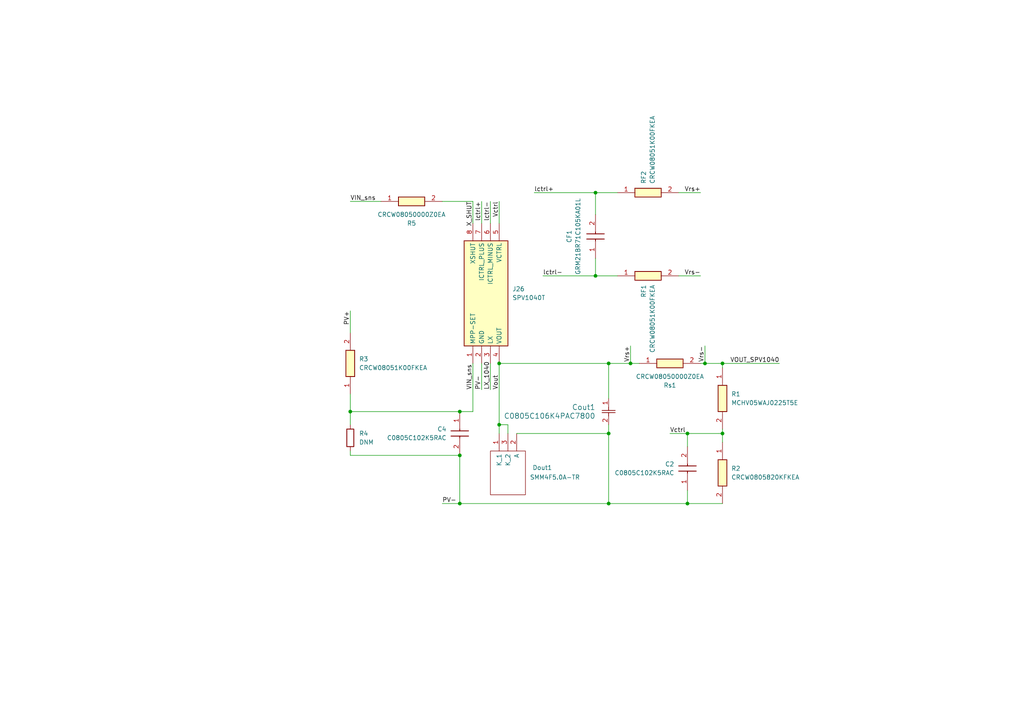
<source format=kicad_sch>
(kicad_sch (version 20231120) (generator "eeschema") (generator_version "8.0")
  (paper "A4")
  (lib_symbols
    (symbol "C2_C4_C8:C0805C102K5RAC" (pin_names hide)
      (property "Reference" "C" (at 8.89 6.35 0))
      (property "Value" "C0805C102K5RAC" (at 8.89 3.81 0))
      (symbol "C0805C102K5RAC_1_1"
        (polyline (pts (xy 5.08 0) (xy 5.588 0)) (stroke (width 0.254)))
        (polyline (pts (xy 5.588 2.54) (xy 5.588 -2.54)) (stroke (width 0.254)))
        (polyline (pts (xy 7.112 0) (xy 7.62 0)) (stroke (width 0.254)))
        (polyline (pts (xy 7.112 2.54) (xy 7.112 -2.54)) (stroke (width 0.254)))
        (pin passive line (at 0 0 0) (length 5.08) (name "1") (number "1"))
        (pin passive line (at 12.7 0 180) (length 5.08) (name "2") (number "2"))
      )
    )
    (symbol "CF1:GRM21BR71C105KA01L" (pin_names hide)
      (property "Reference" "C" (at 8.89 6.35 0))
      (property "Value" "GRM21BR71C105KA01L" (at 8.89 3.81 0))
      (symbol "GRM21BR71C105KA01L_1_1"
        (polyline (pts (xy 5.08 0) (xy 5.588 0)) (stroke (width 0.254)))
        (polyline (pts (xy 5.588 2.54) (xy 5.588 -2.54)) (stroke (width 0.254)))
        (polyline (pts (xy 7.112 0) (xy 7.62 0)) (stroke (width 0.254)))
        (polyline (pts (xy 7.112 2.54) (xy 7.112 -2.54)) (stroke (width 0.254)))
        (pin passive line (at 0 0 0) (length 5.08) (name "1") (number "1"))
        (pin passive line (at 12.7 0 180) (length 5.08) (name "2") (number "2"))
      )
    )
    (symbol "Cout1:C0805C106K4PAC7800" (pin_names (offset 0.254))
      (property "Reference" "Cout1" (at 2.5399 3.81 90))
      (property "Value" "C0805C106K4PAC7800" (at 5.0799 3.81 90))
      (symbol "C0805C106K4PAC7800_1_1"
        (polyline (pts (xy 2.54 0) (xy 3.4798 0)) (stroke (width 0.2032)))
        (polyline (pts (xy 3.4798 -1.905) (xy 3.4798 1.905)) (stroke (width 0.2032)))
        (polyline (pts (xy 4.1148 -1.905) (xy 4.1148 1.905)) (stroke (width 0.2032)))
        (polyline (pts (xy 4.1148 0) (xy 5.08 0)) (stroke (width 0.2032)))
        (pin passive line (at 0 0 0) (length 2.54) (name "") (number "1"))
        (pin passive line (at 7.62 0 180) (length 2.54) (name "") (number "2"))
      )
      (symbol "C0805C106K4PAC7800_1_2"
        (polyline (pts (xy -1.905 -4.1148) (xy 1.905 -4.1148)) (stroke (width 0.2032)))
        (polyline (pts (xy -1.905 -3.4798) (xy 1.905 -3.4798)) (stroke (width 0.2032)))
        (polyline (pts (xy 0 -4.1148) (xy 0 -5.08)) (stroke (width 0.2032)))
        (polyline (pts (xy 0 -2.54) (xy 0 -3.4798)) (stroke (width 0.2032)))
        (pin unspecified line (at 0 0 270) (length 2.54) (name "") (number "1"))
        (pin unspecified line (at 0 -7.62 90) (length 2.54) (name "") (number "2"))
      )
    )
    (symbol "Device:R" (pin_numbers hide) (pin_names (offset 0))
      (property "Reference" "R" (at 2.032 0 90))
      (property "Value" "R" (at 0 0 90))
      (symbol "R_0_1"
        (rectangle (start -1.016 -2.54) (end 1.016 2.54) (stroke (width 0.254)))
      )
      (symbol "R_1_1"
        (pin passive line (at 0 3.81 270) (length 1.27) (name "~") (number "1"))
        (pin passive line (at 0 -3.81 90) (length 1.27) (name "~") (number "2"))
      )
    )
    (symbol "R1:MCHV05WAJ0225T5E" (pin_names hide)
      (property "Reference" "R" (at 13.97 6.35 0))
      (property "Value" "MCHV05WAJ0225T5E" (at 13.97 3.81 0))
      (symbol "MCHV05WAJ0225T5E_1_1"
        (rectangle (start 5.08 1.27) (end 12.7 -1.27) (stroke (width 0.254)) (fill (type background)))
        (pin passive line (at 0 0 0) (length 5.08) (name "1") (number "1"))
        (pin passive line (at 17.78 0 180) (length 5.08) (name "2") (number "2"))
      )
    )
    (symbol "R2:CRCW0805820KFKEA" (pin_names hide)
      (property "Reference" "R" (at 13.97 6.35 0))
      (property "Value" "CRCW0805820KFKEA" (at 13.97 3.81 0))
      (symbol "CRCW0805820KFKEA_1_1"
        (rectangle (start 5.08 1.27) (end 12.7 -1.27) (stroke (width 0.254)) (fill (type background)))
        (pin passive line (at 0 0 0) (length 5.08) (name "1") (number "1"))
        (pin passive line (at 17.78 0 180) (length 5.08) (name "2") (number "2"))
      )
    )
    (symbol "R3_RF1_RF2_R6_R7_R8:CRCW08051K00FKEA" (pin_names hide)
      (property "Reference" "R" (at 13.97 6.35 0))
      (property "Value" "CRCW08051K00FKEA" (at 13.97 3.81 0))
      (symbol "CRCW08051K00FKEA_1_1"
        (rectangle (start 5.08 1.27) (end 12.7 -1.27) (stroke (width 0.254)) (fill (type background)))
        (pin passive line (at 0 0 0) (length 5.08) (name "1") (number "1"))
        (pin passive line (at 17.78 0 180) (length 5.08) (name "2") (number "2"))
      )
    )
    (symbol "R5_SW3_SW4_VRS:CRCW08050000Z0EA" (pin_names hide)
      (property "Reference" "R" (at 13.97 6.35 0))
      (property "Value" "CRCW08050000Z0EA" (at 13.97 3.81 0))
      (symbol "CRCW08050000Z0EA_1_1"
        (rectangle (start 5.08 1.27) (end 12.7 -1.27) (stroke (width 0.254)) (fill (type background)))
        (pin passive line (at 0 0 0) (length 5.08) (name "1") (number "1"))
        (pin passive line (at 17.78 0 180) (length 5.08) (name "2") (number "2"))
      )
    )
    (symbol "SMM4F5.0A-TR:SMM4F5.0A-TR" (pin_names (offset 0.762))
      (property "Reference" "Z" (at 19.05 7.62 0))
      (property "Value" "SMM4F5.0A-TR" (at 19.05 5.08 0))
      (symbol "SMM4F5.0A-TR_0_0"
        (pin passive line (at 0 -5.08 0) (length 5.08) (name "K_1") (number "1"))
        (pin passive line (at 0 0 0) (length 5.08) (name "A") (number "2"))
        (pin passive line (at 0 -2.54 0) (length 5.08) (name "K_2") (number "3"))
      )
      (symbol "SMM4F5.0A-TR_0_1"
        (polyline (pts (xy 5.08 2.54) (xy 17.78 2.54) (xy 17.78 -7.62) (xy 5.08 -7.62) (xy 5.08 2.54)) (stroke (width 0.1524)))
      )
    )
    (symbol "SPV1040T:SPV1040T"
      (property "Reference" "IC" (at 36.83 7.62 0))
      (property "Value" "SPV1040T" (at 36.83 5.08 0))
      (symbol "SPV1040T_1_1"
        (rectangle (start 5.08 2.54) (end 35.56 -10.16) (stroke (width 0.254)) (fill (type background)))
        (pin passive line (at 0 0 0) (length 5.08) (name "MPP-SET") (number "1"))
        (pin passive line (at 0 -2.54 0) (length 5.08) (name "GND") (number "2"))
        (pin passive line (at 0 -5.08 0) (length 5.08) (name "LX") (number "3"))
        (pin passive line (at 0 -7.62 0) (length 5.08) (name "VOUT") (number "4"))
        (pin passive line (at 40.64 -7.62 180) (length 5.08) (name "VCTRL") (number "5"))
        (pin passive line (at 40.64 -5.08 180) (length 5.08) (name "ICTRL_MINUS") (number "6"))
        (pin passive line (at 40.64 -2.54 180) (length 5.08) (name "ICTRL_PLUS") (number "7"))
        (pin passive line (at 40.64 0 180) (length 5.08) (name "XSHUT") (number "8"))
      )
    )
  )
  (junction (at 172.72 55.88))
  (junction (at 176.53 125.73))
  (junction (at 144.78 105.41))
  (junction (at 176.53 105.41))
  (junction (at 144.78 123.19))
  (junction (at 204.47 105.41))
  (junction (at 209.55 105.41))
  (junction (at 176.53 146.05))
  (junction (at 133.35 132.08))
  (junction (at 133.35 119.38))
  (junction (at 199.39 146.05))
  (junction (at 101.6 119.38))
  (junction (at 133.35 146.05))
  (junction (at 172.72 80.01))
  (junction (at 209.55 125.73))
  (junction (at 182.88 105.41))
  (junction (at 199.39 125.73))
  (wire (pts (xy 199.39 146.05) (xy 209.55 146.05)))
  (wire (pts (xy 101.6 132.08) (xy 133.35 132.08)))
  (wire (pts (xy 176.53 125.73) (xy 176.53 146.05)))
  (wire (pts (xy 133.35 146.05) (xy 176.53 146.05)))
  (wire (pts (xy 209.55 105.41) (xy 209.55 106.68)))
  (wire (pts (xy 101.6 58.42) (xy 110.49 58.42)))
  (wire (pts (xy 139.7 105.41) (xy 139.7 113.03)))
  (wire (pts (xy 101.6 119.38) (xy 133.35 119.38)))
  (wire (pts (xy 199.39 129.54) (xy 199.39 125.73)))
  (wire (pts (xy 209.55 105.41) (xy 226.06 105.41)))
  (wire (pts (xy 149.86 125.73) (xy 176.53 125.73)))
  (wire (pts (xy 182.88 100.33) (xy 182.88 105.41)))
  (wire (pts (xy 142.24 58.42) (xy 142.24 64.77)))
  (wire (pts (xy 144.78 105.41) (xy 176.53 105.41)))
  (wire (pts (xy 199.39 125.73) (xy 209.55 125.73)))
  (wire (pts (xy 137.16 105.41) (xy 137.16 119.38)))
  (wire (pts (xy 172.72 80.01) (xy 179.07 80.01)))
  (wire (pts (xy 194.31 125.73) (xy 199.39 125.73)))
  (wire (pts (xy 157.48 80.01) (xy 172.72 80.01)))
  (wire (pts (xy 133.35 119.38) (xy 137.16 119.38)))
  (wire (pts (xy 203.2 105.41) (xy 204.47 105.41)))
  (wire (pts (xy 196.85 80.01) (xy 203.2 80.01)))
  (wire (pts (xy 139.7 58.42) (xy 139.7 64.77)))
  (wire (pts (xy 101.6 90.17) (xy 101.6 96.52)))
  (wire (pts (xy 196.85 55.88) (xy 203.2 55.88)))
  (wire (pts (xy 199.39 142.24) (xy 199.39 146.05)))
  (wire (pts (xy 128.27 58.42) (xy 137.16 58.42)))
  (wire (pts (xy 147.32 125.73) (xy 147.32 123.19)))
  (wire (pts (xy 144.78 58.42) (xy 144.78 64.77)))
  (wire (pts (xy 133.35 146.05) (xy 133.35 132.08)))
  (wire (pts (xy 147.32 123.19) (xy 144.78 123.19)))
  (wire (pts (xy 101.6 114.3) (xy 101.6 119.38)))
  (wire (pts (xy 142.24 105.41) (xy 142.24 113.03)))
  (wire (pts (xy 209.55 124.46) (xy 209.55 125.73)))
  (wire (pts (xy 176.53 123.19) (xy 176.53 125.73)))
  (wire (pts (xy 176.53 105.41) (xy 182.88 105.41)))
  (wire (pts (xy 172.72 62.23) (xy 172.72 55.88)))
  (wire (pts (xy 204.47 100.33) (xy 204.47 105.41)))
  (wire (pts (xy 172.72 80.01) (xy 172.72 74.93)))
  (wire (pts (xy 182.88 105.41) (xy 185.42 105.41)))
  (wire (pts (xy 101.6 132.08) (xy 101.6 130.81)))
  (wire (pts (xy 144.78 105.41) (xy 144.78 123.19)))
  (wire (pts (xy 209.55 125.73) (xy 209.55 128.27)))
  (wire (pts (xy 204.47 105.41) (xy 209.55 105.41)))
  (wire (pts (xy 179.07 55.88) (xy 172.72 55.88)))
  (wire (pts (xy 144.78 123.19) (xy 144.78 125.73)))
  (wire (pts (xy 101.6 119.38) (xy 101.6 123.19)))
  (wire (pts (xy 176.53 146.05) (xy 199.39 146.05)))
  (wire (pts (xy 172.72 55.88) (xy 154.94 55.88)))
  (wire (pts (xy 128.27 146.05) (xy 133.35 146.05)))
  (wire (pts (xy 137.16 58.42) (xy 137.16 64.77)))
  (wire (pts (xy 176.53 115.57) (xy 176.53 105.41)))
  (label "Vctrl" (at 194.31 125.73 0))
  (label "Vrs-" (at 203.2 80.01 180))
  (label "PV+" (at 101.6 90.17 270))
  (label "PV-" (at 128.27 146.05 0))
  (label "Vrs-" (at 204.47 100.33 270))
  (label "Vrs+" (at 182.88 100.33 270))
  (label "VIN_sns" (at 137.16 113.03 90))
  (label "lctrl-" (at 142.24 58.42 270))
  (label "Vrs+" (at 203.2 55.88 180))
  (label "LX_1040" (at 142.24 113.03 90))
  (label "Vctrl" (at 144.78 58.42 270))
  (label "X_SHUT" (at 137.16 58.42 270))
  (label "lctrl+" (at 139.7 58.42 270))
  (label "lctrl-" (at 157.48 80.01 0))
  (label "PV-" (at 139.7 113.03 90))
  (label "VOUT_SPV1040" (at 226.06 105.41 180))
  (label "lctrl+" (at 154.94 55.88 0))
  (label "Vout" (at 144.78 113.03 90))
  (label "VIN_sns" (at 101.6 58.42 0))
  (symbol (lib_id "C2_C4_C8:C0805C102K5RAC") (at 133.35 119.38 90) (mirror x) (unit 1)
    (property "Reference" "C4" (at 129.54 124.4599 90) (effects (justify left)))
    (property "Value" "C0805C102K5RAC" (at 129.54 126.9999 90) (effects (justify left)))
    (property "Footprint" "C2_C4_C8:CAPC2012X88N" (effects (hide yes)))
    (property "Datasheet" "https://componentsearchengine.com/Datasheets/1/C0805C102K5RAC.pdf" (effects (hide yes)))
    (property "Description" "Multilayer Ceramic Capacitors MLCC - SMD/SMT 50V 1000pF X7R 0805 10%" (effects (hide yes)))
    (property "Height" "0.88" (effects (hide yes)))
    (property "Mouser Part Number" "80-C0805C102K5RAC" (effects (hide yes)))
    (property "Mouser Price/Stock" "https://www.mouser.co.uk/ProductDetail/KEMET/C0805C102K5RAC?qs=ycq5i98tC2kYQr%252B2L41ubQ%3D%3D" (effects (hide yes)))
    (property "Manufacturer_Name" "KEMET" (effects (hide yes)))
    (property "Manufacturer_Part_Number" "C0805C102K5RAC" (effects (hide yes)))
  )
  (symbol (lib_id "R3_RF1_RF2_R6_R7_R8:CRCW08051K00FKEA") (at 179.07 55.88 0) (unit 1)
    (property "Reference" "RF2" (at 186.6899 53.34 90) (effects (justify left)))
    (property "Value" "CRCW08051K00FKEA" (at 189.2299 53.34 90) (effects (justify left)))
    (property "Footprint" "R3_RF1_RF2_R6_R7_R8:RESC2012X50N" (effects (hide yes)))
    (property "Datasheet" "http://www.vishay.com/docs/20035/dcrcwe3.pdf" (effects (hide yes)))
    (property "Description" "Vishay CRCW Series Thick Film Surface Mount Resistor 0805 Case 1k +/-1% 0.125W +/-100ppm/C" (effects (hide yes)))
    (property "Height" "0.5" (effects (hide yes)))
    (property "Mouser Part Number" "71-CRCW0805-1.0K-E3" (effects (hide yes)))
    (property "Mouser Price/Stock" "https://www.mouser.co.uk/ProductDetail/Vishay-Dale/CRCW08051K00FKEA?qs=DZvKvnD5UYU3bClwFPa9DQ%3D%3D" (effects (hide yes)))
    (property "Manufacturer_Name" "Vishay" (effects (hide yes)))
    (property "Manufacturer_Part_Number" "CRCW08051K00FKEA" (effects (hide yes)))
  )
  (symbol (lib_id "R1:MCHV05WAJ0225T5E") (at 209.55 106.68 270) (unit 1)
    (property "Reference" "R1" (at 212.09 114.2999 90) (effects (justify left)))
    (property "Value" "MCHV05WAJ0225T5E" (at 212.09 116.8399 90) (effects (justify left)))
    (property "Footprint" "R1:RESC2013X65N" (effects (hide yes)))
    (property "Description" "SMD Chip Resistor, 2.2 Mohm, +/- 5%, 100 mW, 0805 [2012 Metric], Thick Film, High Voltage" (effects (hide yes)))
    (property "Height" "0.65" (effects (hide yes)))
    (property "Manufacturer_Name" "Multicomp Pro" (effects (hide yes)))
    (property "Manufacturer_Part_Number" "MCHV05WAJ0225T5E" (effects (hide yes)))
  )
  (symbol (lib_id "R5_SW3_SW4_VRS:CRCW08050000Z0EA") (at 110.49 58.42 0) (mirror x) (unit 1)
    (property "Reference" "R5" (at 119.38 64.77 0))
    (property "Value" "CRCW08050000Z0EA" (at 119.38 62.23 0))
    (property "Footprint" "R5_SW3_SW4_VRS:RESC2012X50N" (effects (hide yes)))
    (property "Datasheet" "http://www.vishay.com/docs/20035/dcrcwe3.pdf" (effects (hide yes)))
    (property "Description" "CRCW0805 Surface Mount Resistor, 0R0 Vishay CRCW Series Thick Film Surface Mount Resistor 0805 Case 0 1% 0.1W" (effects (hide yes)))
    (property "Height" "0.5" (effects (hide yes)))
    (property "Mouser Part Number" "71-CRCW0805-0-E3" (effects (hide yes)))
    (property "Mouser Price/Stock" "https://www.mouser.co.uk/ProductDetail/Vishay-Dale/CRCW08050000Z0EA?qs=waxnFHLl2hB4NcTp6tAQPA%3D%3D" (effects (hide yes)))
    (property "Manufacturer_Name" "Vishay" (effects (hide yes)))
    (property "Manufacturer_Part_Number" "CRCW08050000Z0EA" (effects (hide yes)))
  )
  (symbol (lib_id "R2:CRCW0805820KFKEA") (at 209.55 128.27 270) (unit 1)
    (property "Reference" "R2" (at 212.09 135.8899 90) (effects (justify left)))
    (property "Value" "CRCW0805820KFKEA" (at 212.09 138.4299 90) (effects (justify left)))
    (property "Footprint" "R2:RESC2012X50N" (effects (hide yes)))
    (property "Datasheet" "https://componentsearchengine.com/Datasheets/1/CRCW0805820KFKEA.pdf" (effects (hide yes)))
    (property "Description" "Vishay CRCW Series Thick Film Surface Mount Resistor 805 Case 820k +/-1% 0.125W +/-100ppm/C" (effects (hide yes)))
    (property "Height" "0.5" (effects (hide yes)))
    (property "Mouser Part Number" "71-CRCW0805820KFKEA" (effects (hide yes)))
    (property "Mouser Price/Stock" "https://www.mouser.com/Search/Refine.aspx?Keyword=71-CRCW0805820KFKEA" (effects (hide yes)))
    (property "Manufacturer_Name" "Vishay" (effects (hide yes)))
    (property "Manufacturer_Part_Number" "CRCW0805820KFKEA" (effects (hide yes)))
  )
  (symbol (lib_id "SPV1040T:SPV1040T") (at 137.16 105.41 90) (unit 1)
    (property "Reference" "J26" (at 148.59 83.8199 90) (effects (justify right)))
    (property "Value" "SPV1040T" (at 148.59 86.3599 90) (effects (justify right)))
    (property "Footprint" "SPV1040:SOP65P640X120-8N" (effects (hide yes)))
    (property "Datasheet" "http://www.mouser.com/ds/2/389/spv1040-974182.pdf" (effects (hide yes)))
    (property "Description" "Voltage Regulators - Switching Regulators Hi efficiency solar battery charger" (effects (hide yes)))
    (property "Height" "1.2" (effects (hide yes)))
    (property "Manufacturer_Name" "STMicroelectronics" (effects (hide yes)))
    (property "Manufacturer_Part_Number" "SPV1040T" (effects (hide yes)))
    (property "Mouser Part Number" "511-SPV1040T" (effects (hide yes)))
    (property "Mouser Price/Stock" "https://www.mouser.co.uk/ProductDetail/STMicroelectronics/SPV1040T?qs=7qOP6AeGKU1lga8RjcaFUQ%3D%3D" (effects (hide yes)))
    (property "Arrow Part Number" "SPV1040T" (effects (hide yes)))
    (property "Arrow Price/Stock" "https://www.arrow.com/en/products/spv1040t/stmicroelectronics?region=europe" (effects (hide yes)))
  )
  (symbol (lib_id "SMM4F5.0A-TR:SMM4F5.0A-TR") (at 149.86 125.73 270) (unit 1)
    (property "Reference" "Dout1" (at 154.432 135.636 90) (effects (justify left)))
    (property "Value" "SMM4F5.0A-TR" (at 153.67 138.4299 90) (effects (justify left)))
    (property "Footprint" "SMM4F5:SMM4F15ATR" (effects (hide yes)))
    (property "Datasheet" "https://www.st.com/resource/en/datasheet/smm4f10a.pdf" (effects (hide yes)))
    (property "Description" "ESD Suppressors / TVS Diodes 400W HI JCT TMP" (effects (hide yes)))
    (property "Description_1" "ESD Suppressors / TVS Diodes 400W HI JCT TMP" (effects (hide yes)))
    (property "Manufacturer_Name" "STMicroelectronics" (effects (hide yes)))
    (property "Manufacturer_Part_Number" "SMM4F5.0A-TR" (effects (hide yes)))
    (property "Mouser Part Number" "511-SMM4F5.0A-TR" (effects (hide yes)))
    (property "Mouser Price/Stock" "https://www.mouser.co.uk/ProductDetail/STMicroelectronics/SMM4F5.0A-TR?qs=5HwTSiuA5HB7K7mI4EswPg%3D%3D" (effects (hide yes)))
    (property "Arrow Part Number" "SMM4F5.0A-TR" (effects (hide yes)))
    (property "Arrow Price/Stock" "https://www.arrow.com/en/products/smm4f5.0a-tr/stmicroelectronics?region=nac" (effects (hide yes)))
  )
  (symbol (lib_id "CF1:GRM21BR71C105KA01L") (at 172.72 74.93 90) (unit 1)
    (property "Reference" "CF1" (at 165.1 68.58 0))
    (property "Value" "GRM21BR71C105KA01L" (at 167.64 68.58 0))
    (property "Footprint" "CF1:CAPC2012X145N" (effects (hide yes)))
    (property "Datasheet" "http://www.murata.com/~/media/webrenewal/support/library/catalog/products/capacitor/mlcc/c02e.pdf" (effects (hide yes)))
    (property "Description" "Ceramic  SMT capacitor 1uF 16Vdc Murata 0805 GRM 1uF Ceramic Multilayer Capacitor, 16 V dc, +125C, X7R Dielectric, +/-10% SMD" (effects (hide yes)))
    (property "Height" "1.45" (effects (hide yes)))
    (property "Mouser Part Number" "81-GRM40X105K16L" (effects (hide yes)))
    (property "Mouser Price/Stock" "https://www.mouser.co.uk/ProductDetail/Murata-Electronics/GRM21BR71C105KA01L?qs=WNiIrCCjU2Tw%2F0lnBzRiBw%3D%3D" (effects (hide yes)))
    (property "Manufacturer_Name" "Murata Electronics" (effects (hide yes)))
    (property "Manufacturer_Part_Number" "GRM21BR71C105KA01L" (effects (hide yes)))
  )
  (symbol (lib_id "Device:R") (at 101.6 127 0) (unit 1)
    (property "Reference" "R4" (at 104.14 125.7299 0) (effects (justify left)))
    (property "Value" "DNM" (at 104.14 128.2699 0) (effects (justify left)))
    (property "Footprint" "Resistor_SMD:R_0805_2012Metric" (effects (hide yes)))
    (property "Description" "Resistor" (effects (hide yes)))
  )
  (symbol (lib_id "R3_RF1_RF2_R6_R7_R8:CRCW08051K00FKEA") (at 101.6 114.3 90) (unit 1)
    (property "Reference" "R3" (at 104.14 104.1399 90) (effects (justify right)))
    (property "Value" "CRCW08051K00FKEA" (at 104.14 106.6799 90) (effects (justify right)))
    (property "Footprint" "R3_RF1_RF2_R6_R7_R8:RESC2012X50N" (effects (hide yes)))
    (property "Datasheet" "http://www.vishay.com/docs/20035/dcrcwe3.pdf" (effects (hide yes)))
    (property "Description" "Vishay CRCW Series Thick Film Surface Mount Resistor 0805 Case 1k +/-1% 0.125W +/-100ppm/C" (effects (hide yes)))
    (property "Height" "0.5" (effects (hide yes)))
    (property "Mouser Part Number" "71-CRCW0805-1.0K-E3" (effects (hide yes)))
    (property "Mouser Price/Stock" "https://www.mouser.co.uk/ProductDetail/Vishay-Dale/CRCW08051K00FKEA?qs=DZvKvnD5UYU3bClwFPa9DQ%3D%3D" (effects (hide yes)))
    (property "Manufacturer_Name" "Vishay" (effects (hide yes)))
    (property "Manufacturer_Part_Number" "CRCW08051K00FKEA" (effects (hide yes)))
  )
  (symbol (lib_id "R3_RF1_RF2_R6_R7_R8:CRCW08051K00FKEA") (at 179.07 80.01 0) (mirror x) (unit 1)
    (property "Reference" "RF1" (at 186.6899 82.55 90) (effects (justify left)))
    (property "Value" "CRCW08051K00FKEA" (at 189.2299 82.55 90) (effects (justify left)))
    (property "Footprint" "R3_RF1_RF2_R6_R7_R8:RESC2012X50N" (effects (hide yes)))
    (property "Datasheet" "http://www.vishay.com/docs/20035/dcrcwe3.pdf" (effects (hide yes)))
    (property "Description" "Vishay CRCW Series Thick Film Surface Mount Resistor 0805 Case 1k +/-1% 0.125W +/-100ppm/C" (effects (hide yes)))
    (property "Height" "0.5" (effects (hide yes)))
    (property "Mouser Part Number" "71-CRCW0805-1.0K-E3" (effects (hide yes)))
    (property "Mouser Price/Stock" "https://www.mouser.co.uk/ProductDetail/Vishay-Dale/CRCW08051K00FKEA?qs=DZvKvnD5UYU3bClwFPa9DQ%3D%3D" (effects (hide yes)))
    (property "Manufacturer_Name" "Vishay" (effects (hide yes)))
    (property "Manufacturer_Part_Number" "CRCW08051K00FKEA" (effects (hide yes)))
  )
  (symbol (lib_id "R5_SW3_SW4_VRS:CRCW08050000Z0EA") (at 185.42 105.41 0) (mirror x) (unit 1)
    (property "Reference" "Rs1" (at 194.31 111.76 0))
    (property "Value" "CRCW08050000Z0EA" (at 194.31 109.22 0))
    (property "Footprint" "R5_SW3_SW4_VRS:RESC2012X50N" (effects (hide yes)))
    (property "Datasheet" "http://www.vishay.com/docs/20035/dcrcwe3.pdf" (effects (hide yes)))
    (property "Description" "CRCW0805 Surface Mount Resistor, 0R0 Vishay CRCW Series Thick Film Surface Mount Resistor 0805 Case 0 1% 0.1W" (effects (hide yes)))
    (property "Height" "0.5" (effects (hide yes)))
    (property "Mouser Part Number" "71-CRCW0805-0-E3" (effects (hide yes)))
    (property "Mouser Price/Stock" "https://www.mouser.co.uk/ProductDetail/Vishay-Dale/CRCW08050000Z0EA?qs=waxnFHLl2hB4NcTp6tAQPA%3D%3D" (effects (hide yes)))
    (property "Manufacturer_Name" "Vishay" (effects (hide yes)))
    (property "Manufacturer_Part_Number" "CRCW08050000Z0EA" (effects (hide yes)))
  )
  (symbol (lib_id "Cout1:C0805C106K4PAC7800") (at 176.53 115.57 90) (mirror x) (unit 1)
    (property "Reference" "Cout1" (at 172.72 118.1099 90) (effects (font (size 1.524 1.524)) (justify left)))
    (property "Value" "C0805C106K4PAC7800" (at 172.72 120.6499 90) (effects (font (size 1.524 1.524)) (justify left)))
    (property "Footprint" "Cout1:CAPC220145_140N_KEM" (effects (hide yes)))
    (property "Datasheet" "C0805C106K4PAC7800" (effects (hide yes)))
  )
  (symbol (lib_id "C2_C4_C8:C0805C102K5RAC") (at 199.39 142.24 270) (mirror x) (unit 1)
    (property "Reference" "C2" (at 195.58 134.6199 90) (effects (justify right)))
    (property "Value" "C0805C102K5RAC" (at 195.58 137.1599 90) (effects (justify right)))
    (property "Footprint" "C2_C4_C8:CAPC2012X88N" (effects (hide yes)))
    (property "Datasheet" "https://componentsearchengine.com/Datasheets/1/C0805C102K5RAC.pdf" (effects (hide yes)))
    (property "Description" "Multilayer Ceramic Capacitors MLCC - SMD/SMT 50V 1000pF X7R 0805 10%" (effects (hide yes)))
    (property "Height" "0.88" (effects (hide yes)))
    (property "Mouser Part Number" "80-C0805C102K5RAC" (effects (hide yes)))
    (property "Mouser Price/Stock" "https://www.mouser.co.uk/ProductDetail/KEMET/C0805C102K5RAC?qs=ycq5i98tC2kYQr%252B2L41ubQ%3D%3D" (effects (hide yes)))
    (property "Manufacturer_Name" "KEMET" (effects (hide yes)))
    (property "Manufacturer_Part_Number" "C0805C102K5RAC" (effects (hide yes)))
  )
)
</source>
